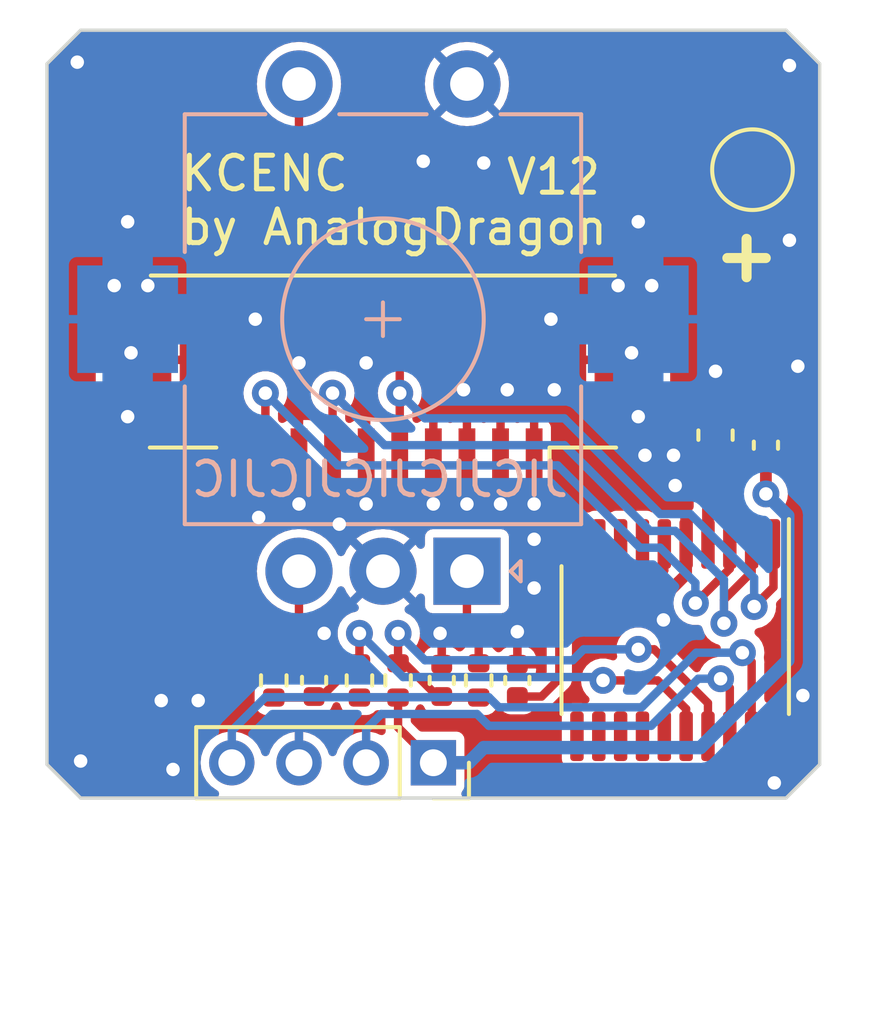
<source format=kicad_pcb>
(kicad_pcb (version 20221018) (generator pcbnew)
  (layers (0 "F.Cu" signal) (31 "B.Cu" signal) (34 "B.Paste" user) (35 "F.Paste" user) (36 "B.SilkS" user "B.Silkscreen") (37 "F.SilkS" user "F.Silkscreen") (38 "B.Mask" user) (39 "F.Mask" user) (44 "Edge.Cuts" user))
  (net 0 "")
  (net 1 "GND")
  (net 2 "KEY")
  (net 3 "OUT_A")
  (net 4 "OUT_B")
  (net 5 "ENC_A")
  (net 6 "ENC_B")
  (net 7 "+3.3V")
  (net 8 "Net-(U1-NRST)")
  (net 13 "Net-(R3-Pad1)")
  (net 14 "SWDIO")
  (net 15 "SWCLK")
  (net 22 "Net-(R4-Pad2)")
  (net 23 "Net-(R5-Pad1)")
  (footprint "Connector_FFC-FPC:Molex_200528-0100_1x10-1MP_P1.00mm_Horizontal" (layer "F.Cu") (at 60.6 61.9 180)
    (fp_text reference "J1" hide)
    (fp_text value "Conn_01x10_MountingPin" hide)
    (fp_line (start -6.91 4.3) (end 6.91 4.3) (stroke (width 0.12)) (layer "F.SilkS"))
    (fp_line (start -4.96 -1.41) (end -4.96 -0.82) (stroke (width 0.12)) (layer "F.SilkS"))
    (fp_line (start -4.96 -0.82) (end -6.94 -0.82) (stroke (width 0.12)) (layer "F.SilkS"))
    (fp_line (start 6.94 -0.82) (end 4.96 -0.82) (stroke (width 0.12)) (layer "F.SilkS"))
    (pad "1" smd rect (at -4.5 -1 180) (size 0.5 1.5) (layers "F.Cu" "F.Paste" "F.Mask") (net 1 "GND"))
    (pad "2" smd rect (at -3.5 -1 180) (size 0.5 1.5) (layers "F.Cu" "F.Paste" "F.Mask") (net 1 "GND"))
    (pad "3" smd rect (at -2.5 -1 180) (size 0.5 1.5) (layers "F.Cu" "F.Paste" "F.Mask") (net 1 "GND"))
    (pad "4" smd rect (at -1.5 -1 180) (size 0.5 1.5) (layers "F.Cu" "F.Paste" "F.Mask") (net 1 "GND"))
    (pad "5" smd rect (at -0.5 -1 180) (size 0.5 1.5) (layers "F.Cu" "F.Paste" "F.Mask") (net 2 "KEY"))
    (pad "6" smd rect (at 0.5 -1 180) (size 0.5 1.5) (layers "F.Cu" "F.Paste" "F.Mask") (net 1 "GND"))
    (pad "7" smd rect (at 1.5 -1 180) (size 0.5 1.5) (layers "F.Cu" "F.Paste" "F.Mask") (net 3 "OUT_A"))
    (pad "8" smd rect (at 2.5 -1 180) (size 0.5 1.5) (layers "F.Cu" "F.Paste" "F.Mask") (net 1 "GND"))
    (pad "9" smd rect (at 3.5 -1 180) (size 0.5 1.5) (layers "F.Cu" "F.Paste" "F.Mask") (net 4 "OUT_B"))
    (pad "10" smd rect (at 4.5 -1 180) (size 0.5 1.5) (layers "F.Cu" "F.Paste" "F.Mask") (net 1 "GND"))
    (pad "MP" smd rect (at -7.3 1.79 180) (size 2 2.5) (layers "F.Cu" "F.Paste" "F.Mask") (net 1 "GND"))
    (pad "MP" smd rect (at 7.3 1.79 180) (size 2 2.5) (layers "F.Cu" "F.Paste" "F.Mask") (net 1 "GND"))
  )
  (footprint "Capacitor_SMD:C_0402_1005Metric" (layer "F.Cu") (at 58.55 69.65 90)
    (fp_text reference "C4" hide)
    (fp_text value "103" hide)
    (fp_line (start -0.107836 -0.36) (end 0.107836 -0.36) (stroke (width 0.12)) (layer "F.SilkS"))
    (fp_line (start -0.107836 0.36) (end 0.107836 0.36) (stroke (width 0.12)) (layer "F.SilkS"))
    (pad "1" smd roundrect (at -0.48 0 90) (size 0.56 0.62) (layers "F.Cu" "F.Paste" "F.Mask") (net 6 "ENC_B"))
    (pad "2" smd roundrect (at 0.48 0 90) (size 0.56 0.62) (layers "F.Cu" "F.Paste" "F.Mask") (net 1 "GND"))
  )
  (footprint "Capacitor_SMD:C_0402_1005Metric" (layer "F.Cu") (at 64.6 69.65 90)
    (fp_text reference "C2" hide)
    (fp_text value "104" hide)
    (fp_line (start -0.107836 -0.36) (end 0.107836 -0.36) (stroke (width 0.12)) (layer "F.SilkS"))
    (fp_line (start -0.107836 0.36) (end 0.107836 0.36) (stroke (width 0.12)) (layer "F.SilkS"))
    (pad "1" smd roundrect (at -0.48 0 90) (size 0.56 0.62) (layers "F.Cu" "F.Paste" "F.Mask") (net 8 "Net-(U1-NRST)"))
    (pad "2" smd roundrect (at 0.48 0 90) (size 0.56 0.62) (layers "F.Cu" "F.Paste" "F.Mask") (net 1 "GND"))
  )
  (footprint "Resistor_SMD:R_0402_1005Metric" (layer "F.Cu") (at 59.9 69.65 -90)
    (fp_text reference "R1" hide)
    (fp_text value "47K" hide)
    (fp_line (start -0.153641 -0.38) (end 0.153641 -0.38) (stroke (width 0.12)) (layer "F.SilkS"))
    (fp_line (start -0.153641 0.38) (end 0.153641 0.38) (stroke (width 0.12)) (layer "F.SilkS"))
    (pad "1" smd roundrect (at -0.51 0 270) (size 0.54 0.64) (layers "F.Cu" "F.Paste" "F.Mask") (net 6 "ENC_B"))
    (pad "2" smd roundrect (at 0.51 0 270) (size 0.54 0.64) (layers "F.Cu" "F.Paste" "F.Mask") (net 7 "+3.3V"))
  )
  (footprint "TestPoint:TestPoint_Pad_D2.0mm" (layer "F.Cu") (at 71.6 54.45 180)
    (fp_text reference "TP1" hide)
    (fp_text value "TestPoint" hide)
    (fp_circle (center 0 0) (end 0 1.2) (stroke (width 0.12)) (fill none) (layer "F.SilkS"))
    (pad "1" smd circle (at 0 0 180) (size 2 2) (layers "F.Cu" "F.Mask") (net 13 "Net-(R3-Pad1)"))
  )
  (footprint "Resistor_SMD:R_0402_1005Metric" (layer "F.Cu") (at 57.35 69.65 -90)
    (fp_text reference "R5" hide)
    (fp_text value "2K" hide)
    (fp_line (start -0.153641 -0.38) (end 0.153641 -0.38) (stroke (width 0.12)) (layer "F.SilkS"))
    (fp_line (start -0.153641 0.38) (end 0.153641 0.38) (stroke (width 0.12)) (layer "F.SilkS"))
    (pad "1" smd roundrect (at -0.51 0 270) (size 0.54 0.64) (layers "F.Cu" "F.Paste" "F.Mask") (net 23 "Net-(R5-Pad1)"))
    (pad "2" smd roundrect (at 0.51 0 270) (size 0.54 0.64) (layers "F.Cu" "F.Paste" "F.Mask") (net 6 "ENC_B"))
  )
  (footprint "Capacitor_SMD:C_0402_1005Metric" (layer "F.Cu") (at 72 62.65 -90)
    (fp_text reference "R3" hide)
    (fp_text value "120R/100MHz" hide)
    (fp_line (start -0.107836 -0.36) (end 0.107836 -0.36) (stroke (width 0.12)) (layer "F.SilkS"))
    (fp_line (start -0.107836 0.36) (end 0.107836 0.36) (stroke (width 0.12)) (layer "F.SilkS"))
    (pad "1" smd roundrect (at -0.48 0 270) (size 0.56 0.62) (layers "F.Cu" "F.Paste" "F.Mask") (net 13 "Net-(R3-Pad1)"))
    (pad "2" smd roundrect (at 0.48 0 270) (size 0.56 0.62) (layers "F.Cu" "F.Paste" "F.Mask") (net 7 "+3.3V"))
  )
  (footprint "Package_SO:TSSOP-20_4.4x6.5mm_P0.65mm" (layer "F.Cu") (at 69.3 68.45 -90)
    (fp_text reference "U1" hide)
    (fp_text value "STM32G030F6Px" hide)
    (fp_line (start 0 -3.385) (end -3.6 -3.385) (stroke (width 0.12)) (layer "F.SilkS"))
    (fp_line (start 0 -3.385) (end 2.2 -3.385) (stroke (width 0.12)) (layer "F.SilkS"))
    (fp_line (start 0 3.385) (end -2.2 3.385) (stroke (width 0.12)) (layer "F.SilkS"))
    (fp_line (start 0 3.385) (end 2.2 3.385) (stroke (width 0.12)) (layer "F.SilkS"))
    (pad "1" smd roundrect (at -2.8625 -2.925 270) (size 1.475 0.4) (layers "F.Cu" "F.Paste" "F.Mask") (net 2 "KEY"))
    (pad "2" smd roundrect (at -2.8625 -2.275 270) (size 1.475 0.4) (layers "F.Cu" "F.Paste" "F.Mask") (net 3 "OUT_A"))
    (pad "3" smd roundrect (at -2.8625 -1.625 270) (size 1.475 0.4) (layers "F.Cu" "F.Paste" "F.Mask") (net 4 "OUT_B"))
    (pad "4" smd roundrect (at -2.8625 -0.975 270) (size 1.475 0.4) (layers "F.Cu" "F.Paste" "F.Mask") (net 7 "+3.3V"))
    (pad "5" smd roundrect (at -2.8625 -0.325 270) (size 1.475 0.4) (layers "F.Cu" "F.Paste" "F.Mask") (net 1 "GND"))
    (pad "6" smd roundrect (at -2.8625 0.325 270) (size 1.475 0.4) (layers "F.Cu" "F.Paste" "F.Mask") (net 8 "Net-(U1-NRST)"))
    (pad "7" smd roundrect (at -2.8625 0.975 270) (size 1.475 0.4) (layers "F.Cu" "F.Paste" "F.Mask"))
    (pad "8" smd roundrect (at -2.8625 1.625 270) (size 1.475 0.4) (layers "F.Cu" "F.Paste" "F.Mask"))
    (pad "9" smd roundrect (at -2.8625 2.275 270) (size 1.475 0.4) (layers "F.Cu" "F.Paste" "F.Mask"))
    (pad "10" smd roundrect (at -2.8625 2.925 270) (size 1.475 0.4) (layers "F.Cu" "F.Paste" "F.Mask"))
    (pad "11" smd roundrect (at 2.8625 2.925 270) (size 1.475 0.4) (layers "F.Cu" "F.Paste" "F.Mask"))
    (pad "12" smd roundrect (at 2.8625 2.275 270) (size 1.475 0.4) (layers "F.Cu" "F.Paste" "F.Mask"))
    (pad "13" smd roundrect (at 2.8625 1.625 270) (size 1.475 0.4) (layers "F.Cu" "F.Paste" "F.Mask"))
    (pad "14" smd roundrect (at 2.8625 0.975 270) (size 1.475 0.4) (layers "F.Cu" "F.Paste" "F.Mask"))
    (pad "15" smd roundrect (at 2.8625 0.325 270) (size 1.475 0.4) (layers "F.Cu" "F.Paste" "F.Mask"))
    (pad "16" smd roundrect (at 2.8625 -0.325 270) (size 1.475 0.4) (layers "F.Cu" "F.Paste" "F.Mask") (net 6 "ENC_B"))
    (pad "17" smd roundrect (at 2.8625 -0.975 270) (size 1.475 0.4) (layers "F.Cu" "F.Paste" "F.Mask") (net 5 "ENC_A"))
    (pad "18" smd roundrect (at 2.8625 -1.625 270) (size 1.475 0.4) (layers "F.Cu" "F.Paste" "F.Mask") (net 14 "SWDIO"))
    (pad "19" smd roundrect (at 2.8625 -2.275 270) (size 1.475 0.4) (layers "F.Cu" "F.Paste" "F.Mask") (net 15 "SWCLK"))
    (pad "20" smd roundrect (at 2.8625 -2.925 270) (size 1.475 0.4) (layers "F.Cu" "F.Paste" "F.Mask"))
  )
  (footprint "Capacitor_SMD:C_0402_1005Metric" (layer "F.Cu") (at 62.35 69.65 90)
    (fp_text reference "C3" hide)
    (fp_text value "103" hide)
    (fp_line (start -0.107836 -0.36) (end 0.107836 -0.36) (stroke (width 0.12)) (layer "F.SilkS"))
    (fp_line (start -0.107836 0.36) (end 0.107836 0.36) (stroke (width 0.12)) (layer "F.SilkS"))
    (pad "1" smd roundrect (at -0.48 0 90) (size 0.56 0.62) (layers "F.Cu" "F.Paste" "F.Mask") (net 5 "ENC_A"))
    (pad "2" smd roundrect (at 0.48 0 90) (size 0.56 0.62) (layers "F.Cu" "F.Paste" "F.Mask") (net 1 "GND"))
  )
  (footprint "Resistor_SMD:R_0402_1005Metric" (layer "F.Cu") (at 61.05 69.65 90)
    (fp_text reference "R2" hide)
    (fp_text value "47K" hide)
    (fp_line (start -0.153641 -0.38) (end 0.153641 -0.38) (stroke (width 0.12)) (layer "F.SilkS"))
    (fp_line (start -0.153641 0.38) (end 0.153641 0.38) (stroke (width 0.12)) (layer "F.SilkS"))
    (pad "1" smd roundrect (at -0.51 0 90) (size 0.54 0.64) (layers "F.Cu" "F.Paste" "F.Mask") (net 7 "+3.3V"))
    (pad "2" smd roundrect (at 0.51 0 90) (size 0.54 0.64) (layers "F.Cu" "F.Paste" "F.Mask") (net 5 "ENC_A"))
  )
  (footprint "Connector_PinSocket_2.00mm:PinSocket_1x04_P2.00mm_Vertical" (layer "F.Cu") (at 62.1 72.1 -90)
    (fp_text reference "J2" hide)
    (fp_text value "Conn_01x04" hide)
    (fp_line (start -1.06 1) (end -1.06 7.06) (stroke (width 0.12)) (layer "F.SilkS"))
    (fp_line (start -1.06 1) (end 1.06 1) (stroke (width 0.12)) (layer "F.SilkS"))
    (fp_line (start -1.06 7.06) (end 1.06 7.06) (stroke (width 0.12)) (layer "F.SilkS"))
    (fp_line (start 0 -1.06) (end 1.06 -1.06) (stroke (width 0.12)) (layer "F.SilkS"))
    (fp_line (start 1.06 -1.06) (end 1.06 0) (stroke (width 0.12)) (layer "F.SilkS"))
    (fp_line (start 1.06 1) (end 1.06 7.06) (stroke (width 0.12)) (layer "F.SilkS"))
    (pad "1" thru_hole rect (at 0 0 270) (size 1.35 1.35) (drill 0.8) (layers "*.Cu" "*.Mask") (net 7 "+3.3V"))
    (pad "2" thru_hole oval (at 0 2 270) (size 1.35 1.35) (drill 0.8) (layers "*.Cu" "*.Mask") (net 14 "SWDIO"))
    (pad "3" thru_hole oval (at 0 4 270) (size 1.35 1.35) (drill 0.8) (layers "*.Cu" "*.Mask") (net 1 "GND"))
    (pad "4" thru_hole oval (at 0 6 270) (size 1.35 1.35) (drill 0.8) (layers "*.Cu" "*.Mask") (net 15 "SWCLK"))
  )
  (footprint "Capacitor_SMD:C_0603_1608Metric" (layer "F.Cu") (at 70.5 62.35 90)
    (fp_text reference "C1" hide)
    (fp_text value "106" hide)
    (fp_line (start -0.14058 -0.51) (end 0.14058 -0.51) (stroke (width 0.12)) (layer "F.SilkS"))
    (fp_line (start -0.14058 0.51) (end 0.14058 0.51) (stroke (width 0.12)) (layer "F.SilkS"))
    (pad "1" smd roundrect (at -0.775 0 90) (size 0.9 0.95) (layers "F.Cu" "F.Paste" "F.Mask") (net 7 "+3.3V"))
    (pad "2" smd roundrect (at 0.775 0 90) (size 0.9 0.95) (layers "F.Cu" "F.Paste" "F.Mask") (net 1 "GND"))
  )
  (footprint "Resistor_SMD:R_0402_1005Metric" (layer "F.Cu") (at 63.45 69.65 90)
    (fp_text reference "R4" hide)
    (fp_text value "2K" hide)
    (fp_line (start -0.153641 -0.38) (end 0.153641 -0.38) (stroke (width 0.12)) (layer "F.SilkS"))
    (fp_line (start -0.153641 0.38) (end 0.153641 0.38) (stroke (width 0.12)) (layer "F.SilkS"))
    (pad "1" smd roundrect (at -0.51 0 90) (size 0.54 0.64) (layers "F.Cu" "F.Paste" "F.Mask") (net 5 "ENC_A"))
    (pad "2" smd roundrect (at 0.51 0 90) (size 0.54 0.64) (layers "F.Cu" "F.Paste" "F.Mask") (net 22 "Net-(R4-Pad2)"))
  )
  (footprint "Rotary_Encoder:RotaryEncoder_Alps_EC11E-Switch_Vertical_H20mm" (layer "B.Cu") (at 60.6 58.9 90)
    (fp_text reference "SW1" hide)
    (fp_text value "EC11B20" hide)
    (fp_line (start -7.8 4.1) (end -7.2 4.1) (stroke (width 0.12)) (layer "B.SilkS"))
    (fp_line (start -7.5 3.8) (end -7.8 4.1) (stroke (width 0.12)) (layer "B.SilkS"))
    (fp_line (start -7.2 4.1) (end -7.5 3.8) (stroke (width 0.12)) (layer "B.SilkS"))
    (fp_line (start -6.1 5.9) (end -6.1 -5.9) (stroke (width 0.12)) (layer "B.SilkS"))
    (fp_line (start -2 -5.9) (end -6.1 -5.9) (stroke (width 0.12)) (layer "B.SilkS"))
    (fp_line (start -2 5.9) (end -6.1 5.9) (stroke (width 0.12)) (layer "B.SilkS"))
    (fp_line (start -0.5 0) (end 0.5 0) (stroke (width 0.12)) (layer "B.SilkS"))
    (fp_line (start 0 0.5) (end 0 -0.5) (stroke (width 0.12)) (layer "B.SilkS"))
    (fp_line (start 2 5.9) (end 6.1 5.9) (stroke (width 0.12)) (layer "B.SilkS"))
    (fp_line (start 6.1 -5.9) (end 2 -5.9) (stroke (width 0.12)) (layer "B.SilkS"))
    (fp_line (start 6.1 -3.5) (end 6.1 -5.9) (stroke (width 0.12)) (layer "B.SilkS"))
    (fp_line (start 6.1 1.3) (end 6.1 -1.3) (stroke (width 0.12)) (layer "B.SilkS"))
    (fp_line (start 6.1 5.9) (end 6.1 3.5) (stroke (width 0.12)) (layer "B.SilkS"))
    (fp_circle (center 0 0) (end 3 0) (stroke (width 0.12)) (fill none) (layer "B.SilkS"))
    (pad "A" thru_hole rect (at -7.5 2.5 90) (size 2 2) (drill 1) (layers "*.Cu" "*.Mask") (net 22 "Net-(R4-Pad2)"))
    (pad "B" thru_hole circle (at -7.5 -2.5 90) (size 2 2) (drill 1) (layers "*.Cu" "*.Mask") (net 23 "Net-(R5-Pad1)"))
    (pad "C" thru_hole circle (at -7.5 0 90) (size 2 2) (drill 1) (layers "*.Cu" "*.Mask") (net 1 "GND"))
    (pad "MP" smd rect (at 0 -7.6 90) (size 3.2 3) (layers "B.Cu" "B.Paste" "B.Mask") (net 1 "GND"))
    (pad "MP" smd rect (at 0 7.6 90) (size 3.2 3) (layers "B.Cu" "B.Paste" "B.Mask") (net 1 "GND"))
    (pad "S1" thru_hole circle (at 7 -2.5 90) (size 2 2) (drill 1) (layers "*.Cu" "*.Mask") (net 2 "KEY"))
    (pad "S2" thru_hole circle (at 7 2.5 90) (size 2 2) (drill 1) (layers "*.Cu" "*.Mask") (net 1 "GND"))
  )
  (gr_line (start 50.6 51.3) (end 51.6 50.3) (stroke (width 0.1)) (layer "Edge.Cuts"))
  (gr_line (start 51.6 73.15) (end 72.6 73.15) (stroke (width 0.1)) (layer "Edge.Cuts"))
  (gr_line (start 72.6 73.15) (end 73.6 72.15) (stroke (width 0.1)) (layer "Edge.Cuts"))
  (gr_line (start 73.6 51.3) (end 73.6 72.15) (stroke (width 0.1)) (layer "Edge.Cuts"))
  (gr_line (start 51.6 73.15) (end 50.6 72.15) (stroke (width 0.1)) (layer "Edge.Cuts"))
  (gr_line (start 50.6 72.15) (end 50.6 51.3) (stroke (width 0.1)) (layer "Edge.Cuts"))
  (gr_line (start 73.6 51.3) (end 72.6 50.3) (stroke (width 0.1)) (layer "Edge.Cuts"))
  (gr_line (start 51.6 50.3) (end 72.6 50.3) (stroke (width 0.1)) (layer "Edge.Cuts"))
  (gr_text "JICJICJICJICJIC" (at 66.2 64.25) (layer "B.SilkS") (effects (font (size 1 1)) (justify left bottom mirror)))
  (gr_text "+" (at 72.55 57.85) (layer "F.SilkS") (effects (font (size 1.5 1.5) (thickness 0.3) bold) (justify left bottom mirror)))
  (gr_text "by AnalogDragon" (at 54.5 56.75) (layer "F.SilkS") (effects (font (size 1 1)) (justify left bottom)))
  (gr_text "KCENC" (at 54.5 55.15) (layer "F.SilkS") (effects (font (size 1 1)) (justify left bottom)))
  (gr_text "V12" (at 64.2 55.25) (layer "F.SilkS") (effects (font (size 1 1)) (justify left bottom)))
  (segment (start 65.1 62.9) (end 65.1 61.6) (width 0.25) (layer "F.Cu") (net 1))
  (segment (start 62.1 61.2) (end 62.3 61) (width 0.25) (layer "F.Cu") (net 1))
  (segment (start 69.625 65.5875) (end 69.625 66.496751) (width 0.35) (layer "F.Cu") (net 1))
  (segment (start 62.1 62.9) (end 62.1 61.2) (width 0.25) (layer "F.Cu") (net 1))
  (segment (start 65.1 62.9) (end 65.1 64.4) (width 0.25) (layer "F.Cu") (net 1))
  (segment (start 63.1 62.9) (end 63.1 64.4) (width 0.25) (layer "F.Cu") (net 1))
  (segment (start 69.625 66.496751) (end 68.95 67.171751) (width 0.35) (layer "F.Cu") (net 1))
  (segment (start 64.6 69.17) (end 64.6 68.2) (width 0.25) (layer "F.Cu") (net 1))
  (segment (start 69.625 64.175) (end 69.625 65.5875) (width 0.35) (layer "F.Cu") (net 1))
  (segment (start 64.1 61.2) (end 64.3 61) (width 0.25) (layer "F.Cu") (net 1))
  (segment (start 60.1 62.9) (end 60.1 60.2) (width 0.25) (layer "F.Cu") (net 1))
  (segment (start 70.5 61.575) (end 70.5 60.45) (width 0.25) (layer "F.Cu") (net 1))
  (segment (start 56.1 64) (end 56.9 64.8) (width 0.25) (layer "F.Cu") (net 1))
  (segment (start 62.3 61) (end 63 61) (width 0.25) (layer "F.Cu") (net 1))
  (segment (start 62.35 69.17) (end 62.35 68.3) (width 0.25) (layer "F.Cu") (net 1))
  (segment (start 58.1 62.9) (end 58.1 64.4) (width 0.25) (layer "F.Cu") (net 1))
  (segment (start 60.1 62.9) (end 60.1 64.4) (width 0.25) (layer "F.Cu") (net 1))
  (segment (start 64.1 62.9) (end 64.1 64.4) (width 0.25) (layer "F.Cu") (net 1))
  (segment (start 63.1 62.9) (end 63.1 61.1) (width 0.25) (layer "F.Cu") (net 1))
  (segment (start 58.85 68.25) (end 58.55 68.55) (width 0.25) (layer "F.Cu") (net 1))
  (segment (start 65.1 61.6) (end 65.7 61) (width 0.25) (layer "F.Cu") (net 1))
  (segment (start 69.3 63.85) (end 69.625 64.175) (width 0.35) (layer "F.Cu") (net 1))
  (segment (start 56.1 62.9) (end 56.125 62.875) (width 0.25) (layer "F.Cu") (net 1))
  (segment (start 58.1 62.9) (end 58.1 60.2) (width 0.25) (layer "F.Cu") (net 1))
  (segment (start 56.125 62.875) (end 56.125 59.575) (width 0.25) (layer "F.Cu") (net 1))
  (segment (start 62.1 62.9) (end 62.1 64.4) (width 0.25) (layer "F.Cu") (net 1))
  (segment (start 56.125 59.575) (end 56.8 58.9) (width 0.25) (layer "F.Cu") (net 1))
  (segment (start 68.95 67.171751) (end 68.95 67.85) (width 0.35) (layer "F.Cu") (net 1))
  (segment (start 62.35 68.3) (end 62.3 68.25) (width 0.25) (layer "F.Cu") (net 1))
  (segment (start 64.1 62.9) (end 64.1 61.2) (width 0.25) (layer "F.Cu") (net 1))
  (segment (start 56.1 62.9) (end 56.1 64) (width 0.25) (layer "F.Cu") (net 1))
  (segment (start 63.1 61.1) (end 63 61) (width 0.25) (layer "F.Cu") (net 1))
  (segment (start 58.55 68.55) (end 58.55 69.17) (width 0.25) (layer "F.Cu") (net 1))
  (via (at 51.6 72.05) (size 0.8) (drill 0.4) (layers "F.Cu" "B.Cu") (net 1))
  (via (at 54 70.25) (size 0.8) (drill 0.4) (layers "F.Cu" "B.Cu") (net 1))
  (via (at 72.95 60.3) (size 0.8) (drill 0.4) (layers "F.Cu" "B.Cu") (net 1))
  (via (at 62.3 68.25) (size 0.8) (drill 0.4) (layers "F.Cu" "B.Cu") (net 1))
  (via (at 53 56) (size 0.8) (drill 0.4) (layers "F.Cu" "B.Cu") (net 1))
  (via (at 52.6 57.9) (size 0.8) (drill 0.4) (layers "F.Cu" "B.Cu") (net 1))
  (via (at 64.6 68.2) (size 0.8) (drill 0.4) (layers "F.Cu" "B.Cu") (net 1))
  (via (at 68.95 67.85) (size 0.8) (drill 0.4) (layers "F.Cu" "B.Cu") (net 1))
  (via (at 56.9 64.8) (size 0.8) (drill 0.4) (layers "F.Cu" "B.Cu") (net 1))
  (via (at 64.1 64.4) (size 0.8) (drill 0.4) (layers "F.Cu" "B.Cu") (net 1))
  (via (at 65.1 66.9) (size 0.8) (drill 0.4) (layers "F.Cu" "B.Cu") (net 1))
  (via (at 55.1 70.25) (size 0.8) (drill 0.4) (layers "F.Cu" "B.Cu") (net 1))
  (via (at 73.1 70.1) (size 0.8) (drill 0.4) (layers "F.Cu" "B.Cu") (net 1))
  (via (at 53 61.8) (size 0.8) (drill 0.4) (layers "F.Cu" "B.Cu") (net 1))
  (via (at 60.1 60.2) (size 0.8) (drill 0.4) (layers "F.Cu" "B.Cu") (net 1))
  (via (at 51.5 51.25) (size 0.8) (drill 0.4) (layers "F.Cu" "B.Cu") (net 1))
  (via (at 63.1 64.4) (size 0.8) (drill 0.4) (layers "F.Cu" "B.Cu") (net 1))
  (via (at 62.1 64.4) (size 0.8) (drill 0.4) (layers "F.Cu" "B.Cu") (net 1))
  (via (at 69.25 62.95) (size 0.8) (drill 0.4) (layers "F.Cu" "B.Cu") (net 1))
  (via (at 58.1 60.2) (size 0.8) (drill 0.4) (layers "F.Cu" "B.Cu") (net 1))
  (via (at 63 61) (size 0.8) (drill 0.4) (layers "F.Cu" "B.Cu") (net 1))
  (via (at 58.1 64.4) (size 0.8) (drill 0.4) (layers "F.Cu" "B.Cu") (net 1))
  (via (at 68.2 56) (size 0.8) (drill 0.4) (layers "F.Cu" "B.Cu") (net 1))
  (via (at 65.6 58.9) (size 0.8) (drill 0.4) (layers "F.Cu" "B.Cu") (net 1))
  (via (at 65.1 65.45) (size 0.8) (drill 0.4) (layers "F.Cu" "B.Cu") (net 1))
  (via (at 65.7 61) (size 0.8) (drill 0.4) (layers "F.Cu" "B.Cu") (net 1))
  (via (at 72.25 72.7) (size 0.8) (drill 0.4) (layers "F.Cu" "B.Cu") (net 1))
  (via (at 68 59.9) (size 0.8) (drill 0.4) (layers "F.Cu" "B.Cu") (net 1))
  (via (at 53.6 57.9) (size 0.8) (drill 0.4) (layers "F.Cu" "B.Cu") (net 1))
  (via (at 68.6 57.9) (size 0.8) (drill 0.4) (layers "F.Cu" "B.Cu") (net 1))
  (via (at 70.5 60.45) (size 0.8) (drill 0.4) (layers "F.Cu" "B.Cu") (net 1))
  (via (at 54.35 72.3) (size 0.8) (drill 0.4) (layers "F.Cu" "B.Cu") (net 1))
  (via (at 72.7 51.35) (size 0.8) (drill 0.4) (layers "F.Cu" "B.Cu") (net 1))
  (via (at 72.7 56.55) (size 0.8) (drill 0.4) (layers "F.Cu" "B.Cu") (net 1))
  (via (at 65.1 64.4) (size 0.8) (drill 0.4) (layers "F.Cu" "B.Cu") (net 1))
  (via (at 67.6 57.9) (size 0.8) (drill 0.4) (layers "F.Cu" "B.Cu") (net 1))
  (via (at 58.85 68.25) (size 0.8) (drill 0.4) (layers "F.Cu" "B.Cu") (net 1))
  (via (at 63.6 54.25) (size 0.8) (drill 0.4) (layers "F.Cu" "B.Cu") (net 1))
  (via (at 61.8 54.2) (size 0.8) (drill 0.4) (layers "F.Cu" "B.Cu") (net 1))
  (via (at 68.2 61.8) (size 0.8) (drill 0.4) (layers "F.Cu" "B.Cu") (net 1))
  (via (at 56.8 58.9) (size 0.8) (drill 0.4) (layers "F.Cu" "B.Cu") (net 1))
  (via (at 60.1 64.4) (size 0.8) (drill 0.4) (layers "F.Cu" "B.Cu") (net 1))
  (via (at 69.3 63.85) (size 0.8) (drill 0.4) (layers "F.Cu" "B.Cu") (net 1))
  (via (at 53.1 59.9) (size 0.8) (drill 0.4) (layers "F.Cu" "B.Cu") (net 1))
  (via (at 64.3 61) (size 0.8) (drill 0.4) (layers "F.Cu" "B.Cu") (net 1))
  (via (at 68.4 62.95) (size 0.8) (drill 0.4) (layers "F.Cu" "B.Cu") (net 1))
  (via (at 59.3 65) (size 0.8) (drill 0.4) (layers "F.Cu" "B.Cu") (net 1))
  (segment (start 53 58.9) (end 53 61.8) (width 1.5) (layer "B.Cu") (net 1))
  (segment (start 53 58.9) (end 56.8 58.9) (width 1.5) (layer "B.Cu") (net 1))
  (segment (start 56.8 58.9) (end 65.6 58.9) (width 1.5) (layer "B.Cu") (net 1))
  (segment (start 68.2 58.9) (end 68.2 56) (width 1.5) (layer "B.Cu") (net 1))
  (segment (start 53 58.9) (end 53 56) (width 1.5) (layer "B.Cu") (net 1))
  (segment (start 65.6 58.9) (end 68.2 58.9) (width 1.5) (layer "B.Cu") (net 1))
  (segment (start 68.2 58.9) (end 68.2 61.8) (width 1.5) (layer "B.Cu") (net 1))
  (segment (start 72.225 66.875) (end 72.225 65.5875) (width 0.25) (layer "F.Cu") (net 2))
  (segment (start 61.1 61.1) (end 61.1 58.6) (width 0.25) (layer "F.Cu") (net 2))
  (segment (start 58.1 55.6) (end 58.1 51.9) (width 0.25) (layer "F.Cu") (net 2))
  (segment (start 61.1 62.9) (end 61.1 61.1) (width 0.25) (layer "F.Cu") (net 2))
  (segment (start 61.1 58.6) (end 58.1 55.6) (width 0.25) (layer "F.Cu") (net 2))
  (segment (start 71.65 67.45) (end 72.225 66.875) (width 0.25) (layer "F.Cu") (net 2))
  (via (at 71.65 67.45) (size 0.8) (drill 0.4) (layers "F.Cu" "B.Cu") (net 2))
  (via (at 61.1 61.1) (size 0.8) (drill 0.4) (layers "F.Cu" "B.Cu") (net 2))
  (segment (start 66 61.85) (end 61.85 61.85) (width 0.25) (layer "B.Cu") (net 2))
  (segment (start 61.85 61.85) (end 61.1 61.1) (width 0.25) (layer "B.Cu") (net 2))
  (segment (start 68.85 64.7) (end 66 61.85) (width 0.25) (layer "B.Cu") (net 2))
  (segment (start 69.75 64.7) (end 68.85 64.7) (width 0.25) (layer "B.Cu") (net 2))
  (segment (start 71.65 66.6) (end 69.75 64.7) (width 0.25) (layer "B.Cu") (net 2))
  (segment (start 71.65 67.45) (end 71.65 66.6) (width 0.25) (layer "B.Cu") (net 2))
  (segment (start 59.1 62.9) (end 59.1 61.1) (width 0.25) (layer "F.Cu") (net 3))
  (segment (start 70.75 67.95) (end 70.75 67.25) (width 0.25) (layer "F.Cu") (net 3))
  (segment (start 71.575 66.425) (end 71.575 65.5875) (width 0.25) (layer "F.Cu") (net 3))
  (segment (start 70.75 67.25) (end 71.575 66.425) (width 0.25) (layer "F.Cu") (net 3))
  (via (at 70.75 67.95) (size 0.8) (drill 0.4) (layers "F.Cu" "B.Cu") (net 3))
  (via (at 59.1 61.1) (size 0.8) (drill 0.4) (layers "F.Cu" "B.Cu") (net 3))
  (segment (start 59.1 61.1) (end 60.65 62.65) (width 0.25) (layer "B.Cu") (net 3))
  (segment (start 70.75 66.65) (end 70.75 67.95) (width 0.25) (layer "B.Cu") (net 3))
  (segment (start 60.65 62.65) (end 66 62.65) (width 0.25) (layer "B.Cu") (net 3))
  (segment (start 68.55 65.2) (end 69.3 65.2) (width 0.25) (layer "B.Cu") (net 3))
  (segment (start 66 62.65) (end 68.55 65.2) (width 0.25) (layer "B.Cu") (net 3))
  (segment (start 69.3 65.2) (end 70.75 66.65) (width 0.25) (layer "B.Cu") (net 3))
  (segment (start 69.9 67.35) (end 70.925 66.325) (width 0.25) (layer "F.Cu") (net 4))
  (segment (start 70.925 66.325) (end 70.925 65.5875) (width 0.25) (layer "F.Cu") (net 4))
  (segment (start 57.1 62.9) (end 57.1 61.1) (width 0.25) (layer "F.Cu") (net 4))
  (via (at 57.1 61.1) (size 0.8) (drill 0.4) (layers "F.Cu" "B.Cu") (net 4))
  (via (at 69.9 67.35) (size 0.8) (drill 0.4) (layers "F.Cu" "B.Cu") (net 4))
  (segment (start 69.9 67.35) (end 69.9 66.748097) (width 0.25) (layer "B.Cu") (net 4))
  (segment (start 68.851903 65.7) (end 68.25 65.7) (width 0.25) (layer "B.Cu") (net 4))
  (segment (start 68.25 65.7) (end 65.8 63.25) (width 0.25) (layer "B.Cu") (net 4))
  (segment (start 59.25 63.25) (end 57.1 61.1) (width 0.25) (layer "B.Cu") (net 4))
  (segment (start 69.9 66.748097) (end 68.851903 65.7) (width 0.25) (layer "B.Cu") (net 4))
  (segment (start 65.8 63.25) (end 59.25 63.25) (width 0.25) (layer "B.Cu") (net 4))
  (segment (start 62.38 70.16) (end 62.35 70.13) (width 0.25) (layer "F.Cu") (net 5))
  (segment (start 68.2 68.725201) (end 68.675201 68.725201) (width 0.25) (layer "F.Cu") (net 5))
  (segment (start 68.675201 68.725201) (end 70.275 70.325) (width 0.25) (layer "F.Cu") (net 5))
  (segment (start 61.05 69.14) (end 61.24 69.14) (width 0.25) (layer "F.Cu") (net 5))
  (segment (start 70.275 70.325) (end 70.275 71.3125) (width 0.25) (layer "F.Cu") (net 5))
  (segment (start 61.24 69.14) (end 62.23 70.13) (width 0.25) (layer "F.Cu") (net 5))
  (segment (start 63.45 70.16) (end 62.38 70.16) (width 0.25) (layer "F.Cu") (net 5))
  (segment (start 61.05 69.14) (end 61.05 68.25) (width 0.25) (layer "F.Cu") (net 5))
  (via (at 61.05 68.25) (size 0.8) (drill 0.4) (layers "F.Cu" "B.Cu") (net 5))
  (via (at 68.2 68.725201) (size 0.8) (drill 0.4) (layers "F.Cu" "B.Cu") (net 5))
  (segment (start 66.25 69.05) (end 61.85 69.05) (width 0.25) (layer "B.Cu") (net 5))
  (segment (start 66.574799 68.725201) (end 66.25 69.05) (width 0.25) (layer "B.Cu") (net 5))
  (segment (start 61.85 69.05) (end 61.05 68.25) (width 0.25) (layer "B.Cu") (net 5))
  (segment (start 68.2 68.725201) (end 66.574799 68.725201) (width 0.25) (layer "B.Cu") (net 5))
  (segment (start 59.9 69.14) (end 59.9 68.25) (width 0.25) (layer "F.Cu") (net 6))
  (segment (start 58.77 70.13) (end 59.76 69.14) (width 0.25) (layer "F.Cu") (net 6))
  (segment (start 57.35 70.16) (end 58.52 70.16) (width 0.25) (layer "F.Cu") (net 6))
  (segment (start 67.15 69.65) (end 68.775 69.65) (width 0.25) (layer "F.Cu") (net 6))
  (segment (start 69.625 70.5) (end 69.625 71.3125) (width 0.25) (layer "F.Cu") (net 6))
  (segment (start 68.775 69.65) (end 69.625 70.5) (width 0.25) (layer "F.Cu") (net 6))
  (segment (start 58.52 70.16) (end 58.55 70.13) (width 0.25) (layer "F.Cu") (net 6))
  (segment (start 59.76 69.14) (end 59.9 69.14) (width 0.25) (layer "F.Cu") (net 6))
  (via (at 59.9 68.25) (size 0.8) (drill 0.4) (layers "F.Cu" "B.Cu") (net 6))
  (via (at 67.15 69.65) (size 0.8) (drill 0.4) (layers "F.Cu" "B.Cu") (net 6))
  (segment (start 67.15 69.65) (end 67.05 69.55) (width 0.25) (layer "B.Cu") (net 6))
  (segment (start 67.05 69.55) (end 61.2 69.55) (width 0.25) (layer "B.Cu") (net 6))
  (segment (start 61.2 69.55) (end 59.9 68.25) (width 0.25) (layer "B.Cu") (net 6))
  (segment (start 61.05 71.05) (end 62.1 72.1) (width 0.25) (layer "F.Cu") (net 7))
  (segment (start 70.275 64.175) (end 70.5 63.95) (width 0.35) (layer "F.Cu") (net 7))
  (segment (start 72 64.1) (end 72 63.13) (width 0.35) (layer "F.Cu") (net 7))
  (segment (start 72 63.13) (end 70.505 63.13) (width 0.35) (layer "F.Cu") (net 7))
  (segment (start 70.5 63.95) (end 70.5 63.125) (width 0.35) (layer "F.Cu") (net 7))
  (segment (start 70.505 63.13) (end 70.5 63.125) (width 0.35) (layer "F.Cu") (net 7))
  (segment (start 59.9 70.16) (end 61.05 70.16) (width 0.25) (layer "F.Cu") (net 7))
  (segment (start 61.05 70.16) (end 61.05 71.05) (width 0.25) (layer "F.Cu") (net 7))
  (segment (start 70.275 65.5875) (end 70.275 64.175) (width 0.35) (layer "F.Cu") (net 7))
  (via (at 72 64.1) (size 0.8) (drill 0.4) (layers "F.Cu" "B.Cu") (net 7))
  (segment (start 72.65 64.75) (end 72.65 69.05) (width 0.4) (layer "B.Cu") (net 7))
  (segment (start 72.65 69.05) (end 70.05 71.65) (width 0.4) (layer "B.Cu") (net 7))
  (segment (start 72 64.1) (end 72.65 64.75) (width 0.4) (layer "B.Cu") (net 7))
  (segment (start 70.05 71.65) (end 63.6 71.65) (width 0.4) (layer "B.Cu") (net 7))
  (segment (start 63.15 72.1) (end 62.1 72.1) (width 0.4) (layer "B.Cu") (net 7))
  (segment (start 63.6 71.65) (end 63.15 72.1) (width 0.4) (layer "B.Cu") (net 7))
  (segment (start 68.975 66.375) (end 68.975 65.5875) (width 0.25) (layer "F.Cu") (net 8))
  (segment (start 66.95 66.95) (end 68.4 66.95) (width 0.25) (layer "F.Cu") (net 8))
  (segment (start 68.4 66.95) (end 68.975 66.375) (width 0.25) (layer "F.Cu") (net 8))
  (segment (start 65.32 70.13) (end 65.85 69.6) (width 0.25) (layer "F.Cu") (net 8))
  (segment (start 65.85 68.05) (end 66.95 66.95) (width 0.25) (layer "F.Cu") (net 8))
  (segment (start 64.6 70.13) (end 65.32 70.13) (width 0.25) (layer "F.Cu") (net 8))
  (segment (start 65.85 69.6) (end 65.85 68.05) (width 0.25) (layer "F.Cu") (net 8))
  (segment (start 72 62.17) (end 72 58.05) (width 0.35) (layer "F.Cu") (net 13))
  (segment (start 72 58.05) (end 71.6 57.65) (width 0.35) (layer "F.Cu") (net 13))
  (segment (start 71.6 57.65) (end 71.6 54.45) (width 0.35) (layer "F.Cu") (net 13))
  (segment (start 70.65 69.6) (end 70.925 69.875) (width 0.25) (layer "F.Cu") (net 14))
  (segment (start 70.925 69.875) (end 70.925 71.3125) (width 0.25) (layer "F.Cu") (net 14))
  (via (at 70.65 69.6) (size 0.8) (drill 0.4) (layers "F.Cu" "B.Cu") (net 14))
  (segment (start 70.65 69.6) (end 69.986396 69.6) (width 0.25) (layer "B.Cu") (net 14))
  (segment (start 63.4 70.65) (end 60.55 70.65) (width 0.25) (layer "B.Cu") (net 14))
  (segment (start 63.75 71) (end 63.4 70.65) (width 0.25) (layer "B.Cu") (net 14))
  (segment (start 60.55 70.65) (end 60.1 71.1) (width 0.25) (layer "B.Cu") (net 14))
  (segment (start 69.986396 69.6) (end 68.586396 71) (width 0.25) (layer "B.Cu") (net 14))
  (segment (start 68.586396 71) (end 63.75 71) (width 0.25) (layer "B.Cu") (net 14))
  (segment (start 60.1 71.1) (end 60.1 72.1) (width 0.25) (layer "B.Cu") (net 14))
  (segment (start 71.3 68.825) (end 71.575 69.1) (width 0.25) (layer "F.Cu") (net 15))
  (segment (start 71.575 69.1) (end 71.575 71.3125) (width 0.25) (layer "F.Cu") (net 15))
  (via (at 71.3 68.825) (size 0.8) (drill 0.4) (layers "F.Cu" "B.Cu") (net 15))
  (segment (start 68.3 70.45) (end 64.05 70.45) (width 0.25) (layer "B.Cu") (net 15))
  (segment (start 63.75 70.15) (end 57.1 70.15) (width 0.25) (layer "B.Cu") (net 15))
  (segment (start 57.1 70.15) (end 56.1 71.15) (width 0.25) (layer "B.Cu") (net 15))
  (segment (start 71.3 68.825) (end 69.925 68.825) (width 0.25) (layer "B.Cu") (net 15))
  (segment (start 56.1 71.15) (end 56.1 72.1) (width 0.25) (layer "B.Cu") (net 15))
  (segment (start 69.925 68.825) (end 68.3 70.45) (width 0.25) (layer "B.Cu") (net 15))
  (segment (start 64.05 70.45) (end 63.75 70.15) (width 0.25) (layer "B.Cu") (net 15))
  (segment (start 63.1 67.8) (end 63.45 68.15) (width 0.25) (layer "F.Cu") (net 22))
  (segment (start 63.45 68.15) (end 63.45 69.14) (width 0.25) (layer "F.Cu") (net 22))
  (segment (start 63.1 66.4) (end 63.1 67.8) (width 0.25) (layer "F.Cu") (net 22))
  (segment (start 58.1 67.75) (end 58.1 66.4) (width 0.25) (layer "F.Cu") (net 23))
  (segment (start 57.35 68.5) (end 58.1 67.75) (width 0.25) (layer "F.Cu") (net 23))
  (segment (start 57.35 69.14) (end 57.35 68.5) (width 0.25) (layer "F.Cu") (net 23))
  (zone (net 0) (net_name "") (layer "F.Cu") (connect_pads (clearance 0)) (min_thickness 0.25)
    (keepout (tracks allowed) (vias allowed) (pads allowed) (copperpour not_allowed) (footprints allowed))
    (fill (thermal_gap 0.5) (thermal_bridge_width 0.5))
    (polygon (pts (xy 55.6 63.7) (xy 65.6 63.7) (xy 65.6 62.1) (xy 55.6 62.1)))
  )
  (zone (net 1) (net_name "GND") (layers "F&B.Cu") (connect_pads (clearance 0.25)) (min_thickness 0.25) (fill yes (thermal_gap 0.25) (thermal_bridge_width 0.25))
    (polygon (pts (xy 49.7 49.5) (xy 75.25 49.4) (xy 75.35 79.9) (xy 49.2 79.6)))
  )
)
</source>
